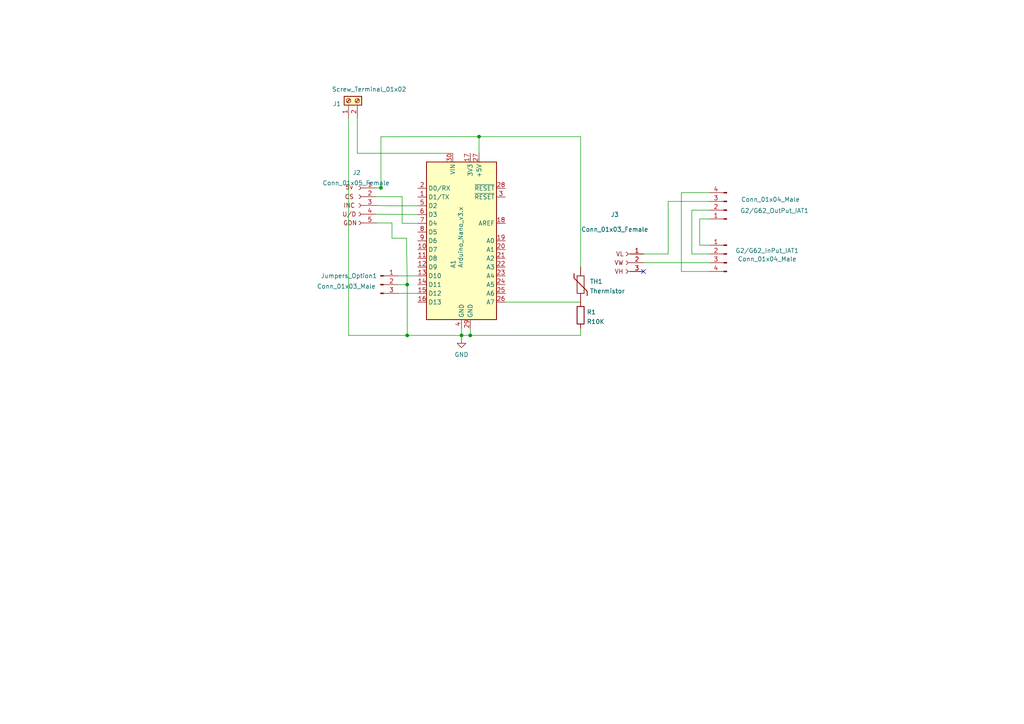
<source format=kicad_sch>
(kicad_sch (version 20211123) (generator eeschema)
  (paper "A4")
  (title_block (title "012-Amesis-ColdStartE85_HW") (date "2022-09-15") (rev "v0.01_Golf 1.6L 16v "))
  (lib_symbols
    (symbol "Conn_01x03_Female_1" (pin_names (offset 1.016) hide)
      (property "Reference" "J3" (at 3.2512 13.97 0))
      (property "Value" "Conn_01x03_Female" (at 3.2512 9.652 0))
      (symbol "Conn_01x03_Female_1_0_0"
        (text "VH" (at 2.032 -2.54 0) (effects (font (size 1.27 1.27))))
        (text "VL" (at 1.778 2.54 0) (effects (font (size 1.27 1.27))))
        (text "VW" (at 2.032 0 0) (effects (font (size 1.27 1.27))))
      )
      (symbol "Conn_01x03_Female_1_1_1"
        (arc (start 0 -2.032) (mid -0.508 -2.54) (end 0 -3.048) (stroke (width 0.1524)))
        (polyline (pts (xy -1.27 -2.54) (xy -0.508 -2.54)) (stroke (width 0.1524)))
        (polyline (pts (xy -1.27 0) (xy -0.508 0)) (stroke (width 0.1524)))
        (polyline (pts (xy -1.27 2.54) (xy -0.508 2.54)) (stroke (width 0.1524)))
        (arc (start 0 0.508) (mid -0.508 0) (end 0 -0.508) (stroke (width 0.1524)))
        (arc (start 0 3.048) (mid -0.508 2.54) (end 0 2.032) (stroke (width 0.1524)))
        (pin passive line (at -5.08 2.54 0) (length 3.81) (name "Pin_1") (number "1"))
        (pin passive line (at -5.08 0 0) (length 3.81) (name "Pin_2") (number "2"))
        (pin passive line (at -5.08 -2.54 0) (length 3.81) (name "Pin_3") (number "3"))
      )
    )
    (symbol "Conn_01x04_Male_1" (pin_names (offset 1.016) hide)
      (property "Reference" "G2/G62_InPut_IAT1" (at 10.16 8.89 0))
      (property "Value" "Conn_01x04_Male" (at 10.922 6.858 0))
      (symbol "Conn_01x04_Male_1_1_1"
        (polyline (pts (xy 1.27 -5.08) (xy 0.8636 -5.08)) (stroke (width 0.1524)))
        (polyline (pts (xy 1.27 -2.54) (xy 0.8636 -2.54)) (stroke (width 0.1524)))
        (polyline (pts (xy 1.27 0) (xy 0.8636 0)) (stroke (width 0.1524)))
        (polyline (pts (xy 1.27 2.54) (xy 0.8636 2.54)) (stroke (width 0.1524)))
        (rectangle (start 0.8636 -4.953) (end 0 -5.207) (stroke (width 0.1524)) (fill (type outline)))
        (rectangle (start 0.8636 -2.413) (end 0 -2.667) (stroke (width 0.1524)) (fill (type outline)))
        (rectangle (start 0.8636 0.127) (end 0 -0.127) (stroke (width 0.1524)) (fill (type outline)))
        (rectangle (start 0.8636 2.667) (end 0 2.413) (stroke (width 0.1524)) (fill (type outline)))
        (pin passive line (at 5.08 2.54 180) (length 3.81) (name "Pin_1") (number "1"))
        (pin passive line (at 5.08 0 180) (length 3.81) (name "Pin_2") (number "2"))
        (pin passive line (at 5.08 -2.54 180) (length 3.81) (name "Pin_3") (number "3"))
        (pin passive line (at 5.08 -5.08 180) (length 3.81) (name "Pin_4") (number "4"))
      )
    )
    (symbol "Conn_01x05_Female_1" (pin_names (offset 1.016) hide)
      (property "Reference" "J2" (at 0.635 9.5037 0))
      (property "Value" "Conn_01x05_Female" (at 0.8128 6.5024 0))
      (symbol "Conn_01x05_Female_1_0_0"
        (text "" (at 0.254 9.398 0) (effects (font (size 1.27 1.27))))
        (text "" (at 1.524 9.906 0) (effects (font (size 1.27 1.27))))
        (text "5v" (at 2.794 5.334 0) (effects (font (size 1.27 1.27))))
        (text "CS" (at 2.794 2.54 0) (effects (font (size 1.27 1.27))))
        (text "GDN" (at 2.54 -5.08 0) (effects (font (size 1.27 1.27))))
        (text "INC" (at 2.794 0 0) (effects (font (size 1.27 1.27))))
        (text "U/D" (at 2.794 -2.54 0) (effects (font (size 1.27 1.27))))
      )
      (symbol "Conn_01x05_Female_1_1_1"
        (arc (start 0 -4.572) (mid -0.508 -5.08) (end 0 -5.588) (stroke (width 0.1524)))
        (arc (start 0 -2.032) (mid -0.508 -2.54) (end 0 -3.048) (stroke (width 0.1524)))
        (polyline (pts (xy -1.27 -5.08) (xy -0.508 -5.08)) (stroke (width 0.1524)))
        (polyline (pts (xy -1.27 -2.54) (xy -0.508 -2.54)) (stroke (width 0.1524)))
        (polyline (pts (xy -1.27 0) (xy -0.508 0)) (stroke (width 0.1524)))
        (polyline (pts (xy -1.27 2.54) (xy -0.508 2.54)) (stroke (width 0.1524)))
        (polyline (pts (xy -1.27 5.08) (xy -0.508 5.08)) (stroke (width 0.1524)))
        (arc (start 0 0.508) (mid -0.508 0) (end 0 -0.508) (stroke (width 0.1524)))
        (arc (start 0 3.048) (mid -0.508 2.54) (end 0 2.032) (stroke (width 0.1524)))
        (arc (start 0 5.588) (mid -0.508 5.08) (end 0 4.572) (stroke (width 0.1524)))
        (pin passive line (at -5.08 5.08 0) (length 3.81) (name "Pin_1") (number "1"))
        (pin passive line (at -5.08 2.54 0) (length 3.81) (name "Pin_2") (number "2"))
        (pin passive line (at -5.08 0 0) (length 3.81) (name "Pin_3") (number "3"))
        (pin passive line (at -5.08 -2.54 0) (length 3.81) (name "Pin_4") (number "4"))
        (pin passive line (at -5.08 -5.08 0) (length 3.81) (name "Pin_5") (number "5"))
      )
    )
    (symbol "Connector:Conn_01x03_Male" (pin_names (offset 1.016) hide)
      (property "Reference" "J" (at 0 5.08 0))
      (property "Value" "Conn_01x03_Male" (at 0 -5.08 0))
      (symbol "Conn_01x03_Male_1_1"
        (polyline (pts (xy 1.27 -2.54) (xy 0.8636 -2.54)) (stroke (width 0.1524)))
        (polyline (pts (xy 1.27 0) (xy 0.8636 0)) (stroke (width 0.1524)))
        (polyline (pts (xy 1.27 2.54) (xy 0.8636 2.54)) (stroke (width 0.1524)))
        (rectangle (start 0.8636 -2.413) (end 0 -2.667) (stroke (width 0.1524)) (fill (type outline)))
        (rectangle (start 0.8636 0.127) (end 0 -0.127) (stroke (width 0.1524)) (fill (type outline)))
        (rectangle (start 0.8636 2.667) (end 0 2.413) (stroke (width 0.1524)) (fill (type outline)))
        (pin passive line (at 5.08 2.54 180) (length 3.81) (name "Pin_1") (number "1"))
        (pin passive line (at 5.08 0 180) (length 3.81) (name "Pin_2") (number "2"))
        (pin passive line (at 5.08 -2.54 180) (length 3.81) (name "Pin_3") (number "3"))
      )
    )
    (symbol "Connector:Conn_01x04_Male" (pin_names (offset 1.016) hide)
      (property "Reference" "G2/G62_OutPut_IAT1" (at 6.35 6.35 0))
      (property "Value" "Conn_01x04_Male" (at 9.652 8.89 0))
      (symbol "Conn_01x04_Male_1_1"
        (polyline (pts (xy 1.27 -5.08) (xy 0.8636 -5.08)) (stroke (width 0.1524)))
        (polyline (pts (xy 1.27 -2.54) (xy 0.8636 -2.54)) (stroke (width 0.1524)))
        (polyline (pts (xy 1.27 0) (xy 0.8636 0)) (stroke (width 0.1524)))
        (polyline (pts (xy 1.27 2.54) (xy 0.8636 2.54)) (stroke (width 0.1524)))
        (rectangle (start 0.8636 -4.953) (end 0 -5.207) (stroke (width 0.1524)) (fill (type outline)))
        (rectangle (start 0.8636 -2.413) (end 0 -2.667) (stroke (width 0.1524)) (fill (type outline)))
        (rectangle (start 0.8636 0.127) (end 0 -0.127) (stroke (width 0.1524)) (fill (type outline)))
        (rectangle (start 0.8636 2.667) (end 0 2.413) (stroke (width 0.1524)) (fill (type outline)))
        (pin passive line (at 5.08 2.54 180) (length 3.81) (name "Pin_1") (number "1"))
        (pin passive line (at 5.08 0 180) (length 3.81) (name "Pin_2") (number "2"))
        (pin passive line (at 5.08 -2.54 180) (length 3.81) (name "Pin_3") (number "3"))
        (pin passive line (at 5.08 -5.08 180) (length 3.81) (name "Pin_4") (number "4"))
      )
    )
    (symbol "Connector:Screw_Terminal_01x02" (pin_names (offset 1.016) hide)
      (property "Reference" "J1" (at -0.9085 4.572 90))
      (property "Value" "Screw_Terminal_01x02" (at 1.8666 4.572 90))
      (symbol "Screw_Terminal_01x02_1_1"
        (rectangle (start -1.27 1.27) (end 1.27 -3.81) (stroke (width 0.254)) (fill (type background)))
        (circle (center 0 -2.54) (radius 0.635) (stroke (width 0.1524)))
        (polyline (pts (xy -0.5334 -2.2098) (xy 0.3302 -3.048)) (stroke (width 0.1524)))
        (polyline (pts (xy -0.5334 0.3302) (xy 0.3302 -0.508)) (stroke (width 0.1524)))
        (polyline (pts (xy -0.3556 -2.032) (xy 0.508 -2.8702)) (stroke (width 0.1524)))
        (polyline (pts (xy -0.3556 0.508) (xy 0.508 -0.3302)) (stroke (width 0.1524)))
        (circle (center 0 0) (radius 0.635) (stroke (width 0.1524)))
        (pin passive line (at -5.08 0 0) (length 3.81) (name "Pin_1") (number "1"))
        (pin passive line (at -5.08 -2.54 0) (length 3.81) (name "Pin_2") (number "2"))
      )
    )
    (symbol "Device:R" (pin_numbers hide) (pin_names (offset 0))
      (property "Reference" "R" (at 2.032 0 90))
      (property "Value" "R" (at 0 0 90))
      (symbol "R_0_1"
        (rectangle (start -1.016 -2.54) (end 1.016 2.54) (stroke (width 0.254)))
      )
      (symbol "R_1_1"
        (pin passive line (at 0 3.81 270) (length 1.27) (name "~") (number "1"))
        (pin passive line (at 0 -3.81 90) (length 1.27) (name "~") (number "2"))
      )
    )
    (symbol "Device:Thermistor" (pin_numbers hide) (pin_names (offset 0))
      (property "Reference" "TH" (at 2.54 1.27 90))
      (property "Value" "Thermistor" (at -2.54 0 90))
      (symbol "Thermistor_0_1"
        (rectangle (start -1.016 2.54) (end 1.016 -2.54) (stroke (width 0.2032)))
        (polyline (pts (xy -1.905 3.175) (xy -1.905 1.905) (xy 1.905 -1.905) (xy 1.905 -3.175) (xy 1.905 -3.175)) (stroke (width 0.254)))
      )
      (symbol "Thermistor_1_1"
        (pin passive line (at 0 5.08 270) (length 2.54) (name "~") (number "1"))
        (pin passive line (at 0 -5.08 90) (length 2.54) (name "~") (number "2"))
      )
    )
    (symbol "MCU_Module:Arduino_Nano_v3.x"
      (property "Reference" "A" (at -10.16 23.495 0))
      (property "Value" "Arduino_Nano_v3.x" (at 5.08 -24.13 0))
      (symbol "Arduino_Nano_v3.x_0_1"
        (rectangle (start -10.16 22.86) (end 10.16 -22.86) (stroke (width 0.254)) (fill (type background)))
      )
      (symbol "Arduino_Nano_v3.x_1_1"
        (pin bidirectional line (at -12.7 12.7 0) (length 2.54) (name "D1/TX") (number "1"))
        (pin bidirectional line (at -12.7 -2.54 0) (length 2.54) (name "D7") (number "10"))
        (pin bidirectional line (at -12.7 -5.08 0) (length 2.54) (name "D8") (number "11"))
        (pin bidirectional line (at -12.7 -7.62 0) (length 2.54) (name "D9") (number "12"))
        (pin bidirectional line (at -12.7 -10.16 0) (length 2.54) (name "D10") (number "13"))
        (pin bidirectional line (at -12.7 -12.7 0) (length 2.54) (name "D11") (number "14"))
        (pin bidirectional line (at -12.7 -15.24 0) (length 2.54) (name "D12") (number "15"))
        (pin bidirectional line (at -12.7 -17.78 0) (length 2.54) (name "D13") (number "16"))
        (pin power_out line (at 2.54 25.4 270) (length 2.54) (name "3V3") (number "17"))
        (pin input line (at 12.7 5.08 180) (length 2.54) (name "AREF") (number "18"))
        (pin bidirectional line (at 12.7 0 180) (length 2.54) (name "A0") (number "19"))
        (pin bidirectional line (at -12.7 15.24 0) (length 2.54) (name "D0/RX") (number "2"))
        (pin bidirectional line (at 12.7 -2.54 180) (length 2.54) (name "A1") (number "20"))
        (pin bidirectional line (at 12.7 -5.08 180) (length 2.54) (name "A2") (number "21"))
        (pin bidirectional line (at 12.7 -7.62 180) (length 2.54) (name "A3") (number "22"))
        (pin bidirectional line (at 12.7 -10.16 180) (length 2.54) (name "A4") (number "23"))
        (pin bidirectional line (at 12.7 -12.7 180) (length 2.54) (name "A5") (number "24"))
        (pin bidirectional line (at 12.7 -15.24 180) (length 2.54) (name "A6") (number "25"))
        (pin bidirectional line (at 12.7 -17.78 180) (length 2.54) (name "A7") (number "26"))
        (pin power_out line (at 5.08 25.4 270) (length 2.54) (name "+5V") (number "27"))
        (pin input line (at 12.7 15.24 180) (length 2.54) (name "~{RESET}") (number "28"))
        (pin power_in line (at 2.54 -25.4 90) (length 2.54) (name "GND") (number "29"))
        (pin input line (at 12.7 12.7 180) (length 2.54) (name "~{RESET}") (number "3"))
        (pin power_in line (at -2.54 25.4 270) (length 2.54) (name "VIN") (number "30"))
        (pin power_in line (at 0 -25.4 90) (length 2.54) (name "GND") (number "4"))
        (pin bidirectional line (at -12.7 10.16 0) (length 2.54) (name "D2") (number "5"))
        (pin bidirectional line (at -12.7 7.62 0) (length 2.54) (name "D3") (number "6"))
        (pin bidirectional line (at -12.7 5.08 0) (length 2.54) (name "D4") (number "7"))
        (pin bidirectional line (at -12.7 2.54 0) (length 2.54) (name "D5") (number "8"))
        (pin bidirectional line (at -12.7 0 0) (length 2.54) (name "D6") (number "9"))
      )
    )
    (symbol "power:GND" (power) (pin_names (offset 0))
      (property "Value" "GND" (at 0 -3.81 0))
      (symbol "GND_0_1"
        (polyline (pts (xy 0 0) (xy 0 -1.27) (xy 1.27 -1.27) (xy 0 -2.54) (xy -1.27 -1.27) (xy 0 -1.27)))
      )
      (symbol "GND_1_1"
        (pin power_in line (at 0 0 270) (length 0) hide (name "GND") (number "1"))
      )
    )
  )
  (junction (at 133.858 97.282))
  (junction (at 110.49 54.483))
  (junction (at 118.11 97.282))
  (junction (at 118.11 82.55))
  (junction (at 138.938 39.624))
  (junction (at 136.398 97.282))
  (no_connect (at 186.6392 78.74))
  (wire (pts (xy 205.74 58.42) (xy 193.802 58.42)))
  (wire (pts (xy 202.946 71.12) (xy 205.74 71.12)))
  (wire (pts (xy 205.74 60.96) (xy 200.66 60.96)))
  (wire (pts (xy 109.1692 57.0484) (xy 116.6368 57.0484)))
  (wire (pts (xy 168.402 77.47) (xy 168.402 39.624)))
  (wire (pts (xy 205.74 63.5) (xy 202.946 63.5)))
  (wire (pts (xy 200.66 60.96) (xy 200.66 73.66)))
  (wire (pts (xy 205.74 76.2) (xy 186.6392 76.2)))
  (wire (pts (xy 131.318 44.45) (xy 103.632 44.45)))
  (wire (pts (xy 200.66 73.66) (xy 205.74 73.66)))
  (wire (pts (xy 115.443 85.09) (xy 121.158 85.09)))
  (wire (pts (xy 109.1692 64.6684) (xy 113.6904 64.6684)))
  (wire (pts (xy 117.9068 69.088) (xy 118.11 82.55)))
  (wire (pts (xy 101.092 97.282) (xy 118.11 97.282)))
  (wire (pts (xy 110.49 39.6748) (xy 138.938 39.624)))
  (wire (pts (xy 133.858 97.282) (xy 136.398 97.282)))
  (wire (pts (xy 113.03 59.69) (xy 109.1692 59.5884)))
  (wire (pts (xy 197.612 78.74) (xy 197.612 55.88)))
  (wire (pts (xy 197.612 55.88) (xy 205.74 55.88)))
  (wire (pts (xy 168.402 97.282) (xy 136.398 97.282)))
  (wire (pts (xy 113.03 59.69) (xy 121.158 59.69)))
  (wire (pts (xy 168.402 39.624) (xy 138.938 39.624)))
  (wire (pts (xy 168.402 97.282) (xy 168.402 95.25)))
  (wire (pts (xy 133.858 97.282) (xy 133.858 95.25)))
  (wire (pts (xy 193.802 58.42) (xy 193.802 73.66)))
  (wire (pts (xy 110.49 54.483) (xy 110.49 39.6748)))
  (wire (pts (xy 113.6904 64.6684) (xy 113.6904 69.088)))
  (wire (pts (xy 146.558 87.63) (xy 168.402 87.63)))
  (wire (pts (xy 133.858 98.298) (xy 133.858 97.282)))
  (wire (pts (xy 118.11 97.282) (xy 133.858 97.282)))
  (wire (pts (xy 138.938 39.624) (xy 138.938 44.45)))
  (wire (pts (xy 103.632 44.45) (xy 103.632 34.29)))
  (wire (pts (xy 193.802 73.66) (xy 186.6392 73.66)))
  (wire (pts (xy 101.092 34.29) (xy 101.092 97.282)))
  (wire (pts (xy 116.6368 57.0484) (xy 116.6368 64.77)))
  (wire (pts (xy 205.74 78.74) (xy 197.612 78.74)))
  (wire (pts (xy 110.49 54.5084) (xy 110.49 54.483)))
  (wire (pts (xy 115.443 82.55) (xy 118.11 82.55)))
  (wire (pts (xy 118.11 82.55) (xy 118.11 97.282)))
  (wire (pts (xy 115.443 80.01) (xy 121.158 80.01)))
  (wire (pts (xy 121.158 62.23) (xy 109.1692 62.1284)))
  (wire (pts (xy 202.946 63.5) (xy 202.946 71.12)))
  (wire (pts (xy 136.398 95.25) (xy 136.398 97.282)))
  (wire (pts (xy 113.6904 69.088) (xy 117.9068 69.088)))
  (wire (pts (xy 116.6368 64.77) (xy 121.158 64.77)))
  (wire (pts (xy 109.1692 54.5084) (xy 110.49 54.483)))
  (symbol (lib_id "Connector:Conn_01x04_Male") (at 210.82 60.96 180) (unit 1)
    (property "Reference" "G2/G62_OutPut_IAT1" (at 224.6376 61.1124 0))
    (property "Value" "Conn_01x04_Male" (at 223.4692 57.8612 0))
    (property "Footprint" "TerminalBlock:TerminalBlock_bornier-4_P5.08mm" (effects hide))
  )
  (symbol (lib_id "Device:R") (at 168.402 91.44 0) (unit 1)
    (property "Reference" "R1" (at 170.18 90.5315 0) (effects (justify left)))
    (property "Value" "R10K" (at 170.18 93.3066 0) (effects (justify left)))
    (property "Footprint" "Resistor_THT:R_Axial_DIN0204_L3.6mm_D1.6mm_P5.08mm_Horizontal" (effects hide))
  )
  (symbol (lib_name "Conn_01x04_Male_1") (lib_id "Connector:Conn_01x04_Male") (at 210.82 73.66 0) (mirror y) (unit 1)
    (property "Reference" "G2/G62_InPut_IAT1" (at 222.504 72.6948 0))
    (property "Value" "Conn_01x04_Male" (at 222.504 75.1332 0))
    (property "Footprint" "TerminalBlock:TerminalBlock_bornier-4_P5.08mm" (effects hide))
  )
  (symbol (lib_id "MCU_Module:Arduino_Nano_v3.x") (at 133.858 69.85 0) (unit 1)
    (property "Reference" "A1" (at 131.445 77.851 90) (effects (justify left)))
    (property "Value" "Arduino_Nano_v3.x" (at 133.604 77.724 90) (effects (justify left)))
    (property "Footprint" "Module:Arduino_Nano" (effects hide))
    (property "Datasheet" "http://www.mouser.com/pdfdocs/Gravitech_Arduino_Nano3_0.pdf" (effects hide))
  )
  (symbol (lib_id "Connector:Screw_Terminal_01x02") (at 101.092 29.21 90) (unit 1)
    (property "Reference" "J1" (at 96.52 30.1185 90) (effects (justify right)))
    (property "Value" "Screw_Terminal_01x02" (at 96.266 25.908 90) (effects (justify right)))
    (property "Footprint" "TerminalBlock:TerminalBlock_bornier-2_P5.08mm" (effects hide))
  )
  (symbol (lib_name "Conn_01x03_Female_1") (lib_id "Connector:Conn_01x03_Female") (at 181.5592 76.2 0) (mirror y) (unit 1)
    (property "Reference" "J3" (at 178.308 62.23 0))
    (property "Value" "Conn_01x03_Female" (at 178.308 66.548 0))
    (property "Footprint" "Connector_PinSocket_2.54mm:PinSocket_1x03_P2.54mm_Vertical" (effects hide))
  )
  (symbol (lib_id "power:GND") (at 133.858 98.298 0) (unit 1)
    (property "Reference" "#PWR0101" (effects hide))
    (property "Value" "GND" (at 133.858 102.8605 0))
  )
  (symbol (lib_id "Connector:Conn_01x03_Male") (at 110.363 82.55 0) (unit 1)
    (property "Reference" "Jumpers_Option1" (at 101.219 80.01 0))
    (property "Value" "Conn_01x03_Male" (at 100.457 83.058 0))
    (property "Footprint" "Connector_PinHeader_2.54mm:PinHeader_1x03_P2.54mm_Vertical" (effects hide))
  )
  (symbol (lib_id "Device:Thermistor") (at 168.402 82.55 0) (unit 1)
    (property "Reference" "TH1" (at 171.069 81.6415 0) (effects (justify left)))
    (property "Value" "Thermistor" (at 171.069 84.4166 0) (effects (justify left)))
    (property "Footprint" "Connector_PinHeader_2.54mm:PinHeader_1x02_P2.54mm_Vertical" (effects hide))
  )
  (symbol (lib_name "Conn_01x05_Female_1") (lib_id "Connector:Conn_01x05_Female") (at 104.0892 59.5884 0) (mirror y) (unit 1)
    (property "Reference" "J2" (at 103.4542 50.0847 0))
    (property "Value" "Conn_01x05_Female" (at 103.2764 53.086 0))
    (property "Footprint" "Connector_PinSocket_2.54mm:PinSocket_1x05_P2.54mm_Vertical" (effects hide))
  )
)
</source>
